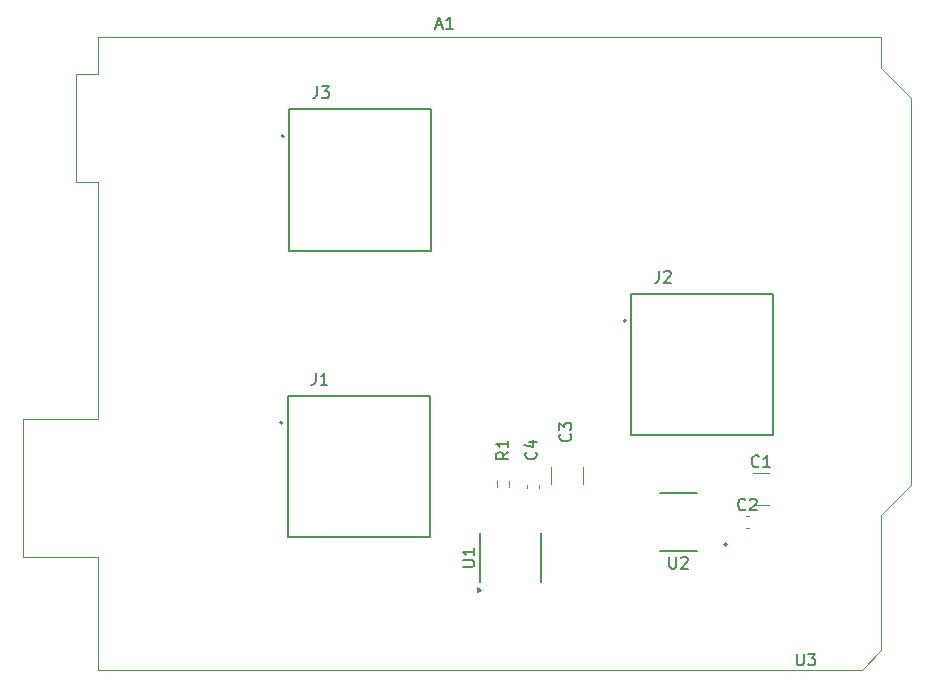
<source format=gbr>
%TF.GenerationSoftware,KiCad,Pcbnew,9.0.2*%
%TF.CreationDate,2025-11-24T10:29:42-08:00*%
%TF.ProjectId,motor_temperature,6d6f746f-725f-4746-956d-706572617475,A*%
%TF.SameCoordinates,Original*%
%TF.FileFunction,Legend,Top*%
%TF.FilePolarity,Positive*%
%FSLAX46Y46*%
G04 Gerber Fmt 4.6, Leading zero omitted, Abs format (unit mm)*
G04 Created by KiCad (PCBNEW 9.0.2) date 2025-11-24 10:29:42*
%MOMM*%
%LPD*%
G01*
G04 APERTURE LIST*
%ADD10C,0.150000*%
%ADD11C,0.120000*%
%ADD12C,0.127000*%
%ADD13C,0.200000*%
G04 APERTURE END LIST*
D10*
X126800714Y-62729104D02*
X127276904Y-62729104D01*
X126705476Y-63014819D02*
X127038809Y-62014819D01*
X127038809Y-62014819D02*
X127372142Y-63014819D01*
X128229285Y-63014819D02*
X127657857Y-63014819D01*
X127943571Y-63014819D02*
X127943571Y-62014819D01*
X127943571Y-62014819D02*
X127848333Y-62157676D01*
X127848333Y-62157676D02*
X127753095Y-62252914D01*
X127753095Y-62252914D02*
X127657857Y-62300533D01*
X132915819Y-98845666D02*
X132439628Y-99178999D01*
X132915819Y-99417094D02*
X131915819Y-99417094D01*
X131915819Y-99417094D02*
X131915819Y-99036142D01*
X131915819Y-99036142D02*
X131963438Y-98940904D01*
X131963438Y-98940904D02*
X132011057Y-98893285D01*
X132011057Y-98893285D02*
X132106295Y-98845666D01*
X132106295Y-98845666D02*
X132249152Y-98845666D01*
X132249152Y-98845666D02*
X132344390Y-98893285D01*
X132344390Y-98893285D02*
X132392009Y-98940904D01*
X132392009Y-98940904D02*
X132439628Y-99036142D01*
X132439628Y-99036142D02*
X132439628Y-99417094D01*
X132915819Y-97893285D02*
X132915819Y-98464713D01*
X132915819Y-98178999D02*
X131915819Y-98178999D01*
X131915819Y-98178999D02*
X132058676Y-98274237D01*
X132058676Y-98274237D02*
X132153914Y-98369475D01*
X132153914Y-98369475D02*
X132201533Y-98464713D01*
X152995333Y-103704580D02*
X152947714Y-103752200D01*
X152947714Y-103752200D02*
X152804857Y-103799819D01*
X152804857Y-103799819D02*
X152709619Y-103799819D01*
X152709619Y-103799819D02*
X152566762Y-103752200D01*
X152566762Y-103752200D02*
X152471524Y-103656961D01*
X152471524Y-103656961D02*
X152423905Y-103561723D01*
X152423905Y-103561723D02*
X152376286Y-103371247D01*
X152376286Y-103371247D02*
X152376286Y-103228390D01*
X152376286Y-103228390D02*
X152423905Y-103037914D01*
X152423905Y-103037914D02*
X152471524Y-102942676D01*
X152471524Y-102942676D02*
X152566762Y-102847438D01*
X152566762Y-102847438D02*
X152709619Y-102799819D01*
X152709619Y-102799819D02*
X152804857Y-102799819D01*
X152804857Y-102799819D02*
X152947714Y-102847438D01*
X152947714Y-102847438D02*
X152995333Y-102895057D01*
X153376286Y-102895057D02*
X153423905Y-102847438D01*
X153423905Y-102847438D02*
X153519143Y-102799819D01*
X153519143Y-102799819D02*
X153757238Y-102799819D01*
X153757238Y-102799819D02*
X153852476Y-102847438D01*
X153852476Y-102847438D02*
X153900095Y-102895057D01*
X153900095Y-102895057D02*
X153947714Y-102990295D01*
X153947714Y-102990295D02*
X153947714Y-103085533D01*
X153947714Y-103085533D02*
X153900095Y-103228390D01*
X153900095Y-103228390D02*
X153328667Y-103799819D01*
X153328667Y-103799819D02*
X153947714Y-103799819D01*
X116721166Y-67888819D02*
X116721166Y-68603104D01*
X116721166Y-68603104D02*
X116673547Y-68745961D01*
X116673547Y-68745961D02*
X116578309Y-68841200D01*
X116578309Y-68841200D02*
X116435452Y-68888819D01*
X116435452Y-68888819D02*
X116340214Y-68888819D01*
X117102119Y-67888819D02*
X117721166Y-67888819D01*
X117721166Y-67888819D02*
X117387833Y-68269771D01*
X117387833Y-68269771D02*
X117530690Y-68269771D01*
X117530690Y-68269771D02*
X117625928Y-68317390D01*
X117625928Y-68317390D02*
X117673547Y-68365009D01*
X117673547Y-68365009D02*
X117721166Y-68460247D01*
X117721166Y-68460247D02*
X117721166Y-68698342D01*
X117721166Y-68698342D02*
X117673547Y-68793580D01*
X117673547Y-68793580D02*
X117625928Y-68841200D01*
X117625928Y-68841200D02*
X117530690Y-68888819D01*
X117530690Y-68888819D02*
X117244976Y-68888819D01*
X117244976Y-68888819D02*
X117149738Y-68841200D01*
X117149738Y-68841200D02*
X117102119Y-68793580D01*
X154138333Y-100040580D02*
X154090714Y-100088200D01*
X154090714Y-100088200D02*
X153947857Y-100135819D01*
X153947857Y-100135819D02*
X153852619Y-100135819D01*
X153852619Y-100135819D02*
X153709762Y-100088200D01*
X153709762Y-100088200D02*
X153614524Y-99992961D01*
X153614524Y-99992961D02*
X153566905Y-99897723D01*
X153566905Y-99897723D02*
X153519286Y-99707247D01*
X153519286Y-99707247D02*
X153519286Y-99564390D01*
X153519286Y-99564390D02*
X153566905Y-99373914D01*
X153566905Y-99373914D02*
X153614524Y-99278676D01*
X153614524Y-99278676D02*
X153709762Y-99183438D01*
X153709762Y-99183438D02*
X153852619Y-99135819D01*
X153852619Y-99135819D02*
X153947857Y-99135819D01*
X153947857Y-99135819D02*
X154090714Y-99183438D01*
X154090714Y-99183438D02*
X154138333Y-99231057D01*
X155090714Y-100135819D02*
X154519286Y-100135819D01*
X154805000Y-100135819D02*
X154805000Y-99135819D01*
X154805000Y-99135819D02*
X154709762Y-99278676D01*
X154709762Y-99278676D02*
X154614524Y-99373914D01*
X154614524Y-99373914D02*
X154519286Y-99421533D01*
X138154580Y-97321666D02*
X138202200Y-97369285D01*
X138202200Y-97369285D02*
X138249819Y-97512142D01*
X138249819Y-97512142D02*
X138249819Y-97607380D01*
X138249819Y-97607380D02*
X138202200Y-97750237D01*
X138202200Y-97750237D02*
X138106961Y-97845475D01*
X138106961Y-97845475D02*
X138011723Y-97893094D01*
X138011723Y-97893094D02*
X137821247Y-97940713D01*
X137821247Y-97940713D02*
X137678390Y-97940713D01*
X137678390Y-97940713D02*
X137487914Y-97893094D01*
X137487914Y-97893094D02*
X137392676Y-97845475D01*
X137392676Y-97845475D02*
X137297438Y-97750237D01*
X137297438Y-97750237D02*
X137249819Y-97607380D01*
X137249819Y-97607380D02*
X137249819Y-97512142D01*
X137249819Y-97512142D02*
X137297438Y-97369285D01*
X137297438Y-97369285D02*
X137345057Y-97321666D01*
X137249819Y-96988332D02*
X137249819Y-96369285D01*
X137249819Y-96369285D02*
X137630771Y-96702618D01*
X137630771Y-96702618D02*
X137630771Y-96559761D01*
X137630771Y-96559761D02*
X137678390Y-96464523D01*
X137678390Y-96464523D02*
X137726009Y-96416904D01*
X137726009Y-96416904D02*
X137821247Y-96369285D01*
X137821247Y-96369285D02*
X138059342Y-96369285D01*
X138059342Y-96369285D02*
X138154580Y-96416904D01*
X138154580Y-96416904D02*
X138202200Y-96464523D01*
X138202200Y-96464523D02*
X138249819Y-96559761D01*
X138249819Y-96559761D02*
X138249819Y-96845475D01*
X138249819Y-96845475D02*
X138202200Y-96940713D01*
X138202200Y-96940713D02*
X138154580Y-96988332D01*
X146558095Y-107722319D02*
X146558095Y-108531842D01*
X146558095Y-108531842D02*
X146605714Y-108627080D01*
X146605714Y-108627080D02*
X146653333Y-108674700D01*
X146653333Y-108674700D02*
X146748571Y-108722319D01*
X146748571Y-108722319D02*
X146939047Y-108722319D01*
X146939047Y-108722319D02*
X147034285Y-108674700D01*
X147034285Y-108674700D02*
X147081904Y-108627080D01*
X147081904Y-108627080D02*
X147129523Y-108531842D01*
X147129523Y-108531842D02*
X147129523Y-107722319D01*
X147558095Y-107817557D02*
X147605714Y-107769938D01*
X147605714Y-107769938D02*
X147700952Y-107722319D01*
X147700952Y-107722319D02*
X147939047Y-107722319D01*
X147939047Y-107722319D02*
X148034285Y-107769938D01*
X148034285Y-107769938D02*
X148081904Y-107817557D01*
X148081904Y-107817557D02*
X148129523Y-107912795D01*
X148129523Y-107912795D02*
X148129523Y-108008033D01*
X148129523Y-108008033D02*
X148081904Y-108150890D01*
X148081904Y-108150890D02*
X147510476Y-108722319D01*
X147510476Y-108722319D02*
X148129523Y-108722319D01*
X116594166Y-92145819D02*
X116594166Y-92860104D01*
X116594166Y-92860104D02*
X116546547Y-93002961D01*
X116546547Y-93002961D02*
X116451309Y-93098200D01*
X116451309Y-93098200D02*
X116308452Y-93145819D01*
X116308452Y-93145819D02*
X116213214Y-93145819D01*
X117594166Y-93145819D02*
X117022738Y-93145819D01*
X117308452Y-93145819D02*
X117308452Y-92145819D01*
X117308452Y-92145819D02*
X117213214Y-92288676D01*
X117213214Y-92288676D02*
X117117976Y-92383914D01*
X117117976Y-92383914D02*
X117022738Y-92431533D01*
X157353095Y-115913819D02*
X157353095Y-116723342D01*
X157353095Y-116723342D02*
X157400714Y-116818580D01*
X157400714Y-116818580D02*
X157448333Y-116866200D01*
X157448333Y-116866200D02*
X157543571Y-116913819D01*
X157543571Y-116913819D02*
X157734047Y-116913819D01*
X157734047Y-116913819D02*
X157829285Y-116866200D01*
X157829285Y-116866200D02*
X157876904Y-116818580D01*
X157876904Y-116818580D02*
X157924523Y-116723342D01*
X157924523Y-116723342D02*
X157924523Y-115913819D01*
X158305476Y-115913819D02*
X158924523Y-115913819D01*
X158924523Y-115913819D02*
X158591190Y-116294771D01*
X158591190Y-116294771D02*
X158734047Y-116294771D01*
X158734047Y-116294771D02*
X158829285Y-116342390D01*
X158829285Y-116342390D02*
X158876904Y-116390009D01*
X158876904Y-116390009D02*
X158924523Y-116485247D01*
X158924523Y-116485247D02*
X158924523Y-116723342D01*
X158924523Y-116723342D02*
X158876904Y-116818580D01*
X158876904Y-116818580D02*
X158829285Y-116866200D01*
X158829285Y-116866200D02*
X158734047Y-116913819D01*
X158734047Y-116913819D02*
X158448333Y-116913819D01*
X158448333Y-116913819D02*
X158353095Y-116866200D01*
X158353095Y-116866200D02*
X158305476Y-116818580D01*
X145677166Y-83509819D02*
X145677166Y-84224104D01*
X145677166Y-84224104D02*
X145629547Y-84366961D01*
X145629547Y-84366961D02*
X145534309Y-84462200D01*
X145534309Y-84462200D02*
X145391452Y-84509819D01*
X145391452Y-84509819D02*
X145296214Y-84509819D01*
X146105738Y-83605057D02*
X146153357Y-83557438D01*
X146153357Y-83557438D02*
X146248595Y-83509819D01*
X146248595Y-83509819D02*
X146486690Y-83509819D01*
X146486690Y-83509819D02*
X146581928Y-83557438D01*
X146581928Y-83557438D02*
X146629547Y-83605057D01*
X146629547Y-83605057D02*
X146677166Y-83700295D01*
X146677166Y-83700295D02*
X146677166Y-83795533D01*
X146677166Y-83795533D02*
X146629547Y-83938390D01*
X146629547Y-83938390D02*
X146058119Y-84509819D01*
X146058119Y-84509819D02*
X146677166Y-84509819D01*
X129050819Y-108584904D02*
X129860342Y-108584904D01*
X129860342Y-108584904D02*
X129955580Y-108537285D01*
X129955580Y-108537285D02*
X130003200Y-108489666D01*
X130003200Y-108489666D02*
X130050819Y-108394428D01*
X130050819Y-108394428D02*
X130050819Y-108203952D01*
X130050819Y-108203952D02*
X130003200Y-108108714D01*
X130003200Y-108108714D02*
X129955580Y-108061095D01*
X129955580Y-108061095D02*
X129860342Y-108013476D01*
X129860342Y-108013476D02*
X129050819Y-108013476D01*
X130050819Y-107013476D02*
X130050819Y-107584904D01*
X130050819Y-107299190D02*
X129050819Y-107299190D01*
X129050819Y-107299190D02*
X129193676Y-107394428D01*
X129193676Y-107394428D02*
X129288914Y-107489666D01*
X129288914Y-107489666D02*
X129336533Y-107584904D01*
X135233580Y-98845666D02*
X135281200Y-98893285D01*
X135281200Y-98893285D02*
X135328819Y-99036142D01*
X135328819Y-99036142D02*
X135328819Y-99131380D01*
X135328819Y-99131380D02*
X135281200Y-99274237D01*
X135281200Y-99274237D02*
X135185961Y-99369475D01*
X135185961Y-99369475D02*
X135090723Y-99417094D01*
X135090723Y-99417094D02*
X134900247Y-99464713D01*
X134900247Y-99464713D02*
X134757390Y-99464713D01*
X134757390Y-99464713D02*
X134566914Y-99417094D01*
X134566914Y-99417094D02*
X134471676Y-99369475D01*
X134471676Y-99369475D02*
X134376438Y-99274237D01*
X134376438Y-99274237D02*
X134328819Y-99131380D01*
X134328819Y-99131380D02*
X134328819Y-99036142D01*
X134328819Y-99036142D02*
X134376438Y-98893285D01*
X134376438Y-98893285D02*
X134424057Y-98845666D01*
X134662152Y-97988523D02*
X135328819Y-97988523D01*
X134281200Y-98226618D02*
X134995485Y-98464713D01*
X134995485Y-98464713D02*
X134995485Y-97845666D01*
D11*
%TO.C,A1*%
X91825000Y-96090000D02*
X91825000Y-107770000D01*
X91825000Y-107770000D02*
X98175000Y-107770000D01*
X96275000Y-66880000D02*
X96275000Y-76020000D01*
X96275000Y-76020000D02*
X98175000Y-76020000D01*
X98175000Y-63700000D02*
X98175000Y-66880000D01*
X98175000Y-66880000D02*
X96275000Y-66880000D01*
X98175000Y-76020000D02*
X98175000Y-96090000D01*
X98175000Y-96090000D02*
X91825000Y-96090000D01*
X98175000Y-107770000D02*
X98175000Y-117300000D01*
X98175000Y-117300000D02*
X162825000Y-117300000D01*
X162825000Y-117300000D02*
X164475000Y-115650000D01*
X164475000Y-63700000D02*
X98175000Y-63700000D01*
X164475000Y-66370000D02*
X164475000Y-63700000D01*
X164475000Y-104220000D02*
X167015000Y-101680000D01*
X164475000Y-115650000D02*
X164475000Y-104220000D01*
X167015000Y-68910000D02*
X164475000Y-66370000D01*
X167015000Y-101680000D02*
X167015000Y-68910000D01*
%TO.C,R1*%
X131938500Y-101854724D02*
X131938500Y-101345276D01*
X132983500Y-101854724D02*
X132983500Y-101345276D01*
%TO.C,C2*%
X153015733Y-104265000D02*
X153308267Y-104265000D01*
X153015733Y-105285000D02*
X153308267Y-105285000D01*
D12*
%TO.C,J3*%
X114379500Y-69819000D02*
X126379500Y-69819000D01*
X114379500Y-81819000D02*
X114379500Y-69819000D01*
X126379500Y-69819000D02*
X126379500Y-81819000D01*
X126379500Y-81819000D02*
X114379500Y-81819000D01*
D13*
X113929500Y-72119000D02*
G75*
G02*
X113729500Y-72119000I-100000J0D01*
G01*
X113729500Y-72119000D02*
G75*
G02*
X113929500Y-72119000I100000J0D01*
G01*
D11*
%TO.C,C1*%
X153593748Y-100621000D02*
X155016252Y-100621000D01*
X153593748Y-103341000D02*
X155016252Y-103341000D01*
%TO.C,C3*%
X136562000Y-101549252D02*
X136562000Y-100126748D01*
X139282000Y-101549252D02*
X139282000Y-100126748D01*
D12*
%TO.C,U2*%
X145730000Y-102349300D02*
X148910000Y-102349300D01*
X148910000Y-107200700D02*
X145730000Y-107200700D01*
D13*
X151420000Y-106680000D02*
G75*
G02*
X151220000Y-106680000I-100000J0D01*
G01*
X151220000Y-106680000D02*
G75*
G02*
X151420000Y-106680000I100000J0D01*
G01*
D12*
%TO.C,J1*%
X114252500Y-94076000D02*
X126252500Y-94076000D01*
X114252500Y-106076000D02*
X114252500Y-94076000D01*
X126252500Y-94076000D02*
X126252500Y-106076000D01*
X126252500Y-106076000D02*
X114252500Y-106076000D01*
D13*
X113802500Y-96376000D02*
G75*
G02*
X113602500Y-96376000I-100000J0D01*
G01*
X113602500Y-96376000D02*
G75*
G02*
X113802500Y-96376000I100000J0D01*
G01*
D12*
%TO.C,J2*%
X143335500Y-85440000D02*
X155335500Y-85440000D01*
X143335500Y-97440000D02*
X143335500Y-85440000D01*
X155335500Y-85440000D02*
X155335500Y-97440000D01*
X155335500Y-97440000D02*
X143335500Y-97440000D01*
D13*
X142885500Y-87740000D02*
G75*
G02*
X142685500Y-87740000I-100000J0D01*
G01*
X142685500Y-87740000D02*
G75*
G02*
X142885500Y-87740000I100000J0D01*
G01*
D10*
%TO.C,U1*%
X130521000Y-109898000D02*
X130521000Y-105748000D01*
X135671000Y-109898000D02*
X135671000Y-105748000D01*
D11*
X130621000Y-110498000D02*
X130291000Y-110738000D01*
X130291000Y-110258000D01*
X130621000Y-110498000D01*
G36*
X130621000Y-110498000D02*
G01*
X130291000Y-110738000D01*
X130291000Y-110258000D01*
X130621000Y-110498000D01*
G37*
%TO.C,C4*%
X134491000Y-101899767D02*
X134491000Y-101607233D01*
X135511000Y-101899767D02*
X135511000Y-101607233D01*
%TD*%
M02*

</source>
